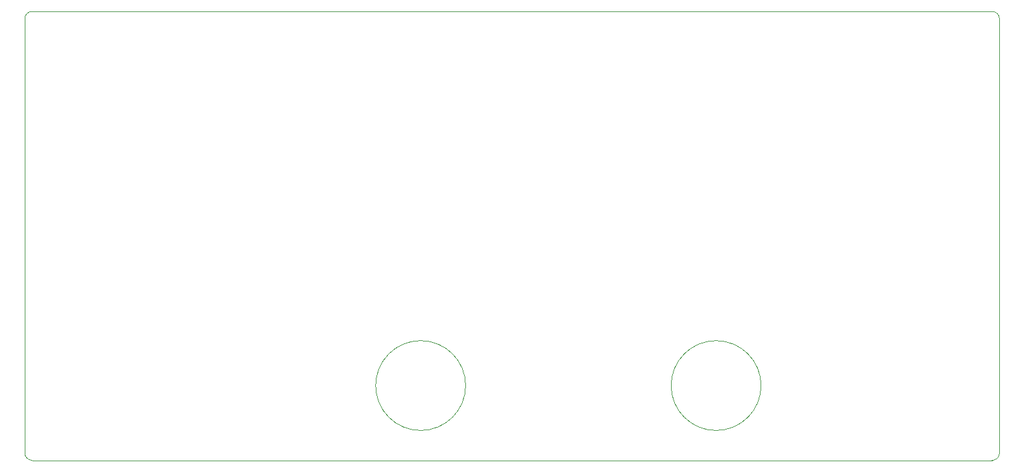
<source format=gm1>
G04 #@! TF.GenerationSoftware,KiCad,Pcbnew,(5.1.5)-3*
G04 #@! TF.CreationDate,2020-05-10T15:15:20+08:00*
G04 #@! TF.ProjectId,SmartAPS,536d6172-7441-4505-932e-6b696361645f,1.0*
G04 #@! TF.SameCoordinates,PX5f5e100PY7bfa480*
G04 #@! TF.FileFunction,Profile,NP*
%FSLAX46Y46*%
G04 Gerber Fmt 4.6, Leading zero omitted, Abs format (unit mm)*
G04 Created by KiCad (PCBNEW (5.1.5)-3) date 2020-05-10 15:15:20*
%MOMM*%
%LPD*%
G04 APERTURE LIST*
%ADD10C,0.100000*%
G04 APERTURE END LIST*
D10*
X1000000Y0D02*
G75*
G02X0Y1000000I0J1000000D01*
G01*
X0Y59000000D02*
G75*
G02X1000000Y60000000I1000000J0D01*
G01*
X129000000Y60000000D02*
G75*
G02X130000000Y59000000I0J-1000000D01*
G01*
X130000000Y1000000D02*
G75*
G02X129000000Y0I-1000000J0D01*
G01*
X58800000Y10000000D02*
G75*
G03X58800000Y10000000I-6000000J0D01*
G01*
X98200000Y10000000D02*
G75*
G03X98200000Y10000000I-6000000J0D01*
G01*
X0Y1000000D02*
X0Y59000000D01*
X129000000Y0D02*
X1000000Y0D01*
X130000000Y59000000D02*
X130000000Y1000000D01*
X1000000Y60000000D02*
X129000000Y60000000D01*
M02*

</source>
